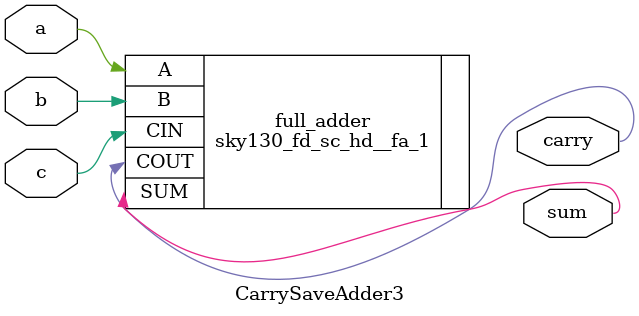
<source format=v>
/*
 * Copyright (c) 2024 ReJ aka Renaldas Zioma
 * SPDX-License-Identifier: Apache-2.0
 */

`default_nettype none

`ifdef SIM
`else
`define USE_HA_FA_CELLS
`endif

module PopCount128 (
  input [127:0] data,
  output  [7:0] count // 8 bits to hold from 0 to 128 (inclusive)
);
  wire [43:0] bit0_stage1;
  wire [15:0] bit0_stage2;
  wire [ 5:0] bit0_stage3;
  wire [ 1:0] bit0_stage4;
  wire [41:0] bit1_stage1;
  wire [13:0] bit1_stage2;
  wire [ 4:0] bit1_stage3;
  wire [ 1:0] bit1_stage4;
  wire        bit1_stage5;
  Add128 ad0(.data(data),        .sum(bit0_stage1), .carry(bit1_stage1)); // 42
  Add44 add1(.data(bit0_stage1), .sum(bit0_stage2), .carry(bit1_stage2)); // 14
  Add16 add3(.data(bit0_stage2), .sum(bit0_stage3), .carry(bit1_stage3)); // 5
  Add6  add4(.data(bit0_stage3), .sum(bit0_stage4), .carry(bit1_stage4)); // 2
  Add2  add5(.data(bit0_stage4), .sum(count[0]),    .carry(bit1_stage5)); // 0.625

  wire [63:0] pop64 = {bit1_stage1, bit1_stage2, bit1_stage3, bit1_stage4, bit1_stage5};
  PopCount64 count64(.data(pop64), .count(count[7:1]));

endmodule

module PopCount64 (
  input [63:0] data,
  output [6:0] count // 7 bits to hold from 0 to 64 (inclusive)
);
  wire [21:0] bit0_stage1;
  wire [ 7:0] bit0_stage2;
  wire [ 3:0] bit0_stage3;
  wire [ 1:0] bit0_stage4;
  wire [20:0] bit1_stage1;
  wire [ 6:0] bit1_stage2;
  wire [ 1:0] bit1_stage3;
  wire        bit1_stage4;
  wire        bit1_stage5;
  Add64 add1(.data(data),        .sum(bit0_stage1), .carry(bit1_stage1)); // 21
  Add22 add2(.data(bit0_stage1), .sum(bit0_stage2), .carry(bit1_stage2)); // 7
  Add8  add3(.data(bit0_stage2), .sum(bit0_stage3), .carry(bit1_stage3)); // 2
  Add4  add4(.data(bit0_stage3), .sum(bit0_stage4), .carry(bit1_stage4)); // 1
  Add2  add5(.data(bit0_stage4), .sum(count[0]),    .carry(bit1_stage5)); // 0.625

  wire [31:0] pop32 = {bit1_stage1, bit1_stage2, bit1_stage3, bit1_stage4, bit1_stage5};
  PopCount32 count32(.data(pop32), .count(count[6:1]));

endmodule

module PopCount32 (
    input [31:0] data,
    output [5:0] count // 6 bits to hold from 0 to 32 (inclusive)
);
  wire [11:0] bit0_stage1;
  wire [ 3:0] bit0_stage2;
  wire [ 1:0] bit0_stage3;
  wire        bit0_final;

  wire [ 9:0] bit1_stage1;
  wire [ 3:0] bit1_stage2;
  wire        bit1_stage3;
  wire        bit1_stage4;

  Add32 add1(.data(data),        .sum(bit0_stage1), .carry(bit1_stage1)); // 10
  Add12 add2(.data(bit0_stage1), .sum(bit0_stage2), .carry(bit1_stage2)); // 4
  Add4  add3(.data(bit0_stage2), .sum(bit0_stage3), .carry(bit1_stage3)); // 1
  Add2  add4(.data(bit0_stage3), .sum(bit0_final),  .carry(bit1_stage4)); // 0

  wire [ 5:0] bit1_stage5;
  wire [ 1:0] bit1_stage6;
  wire        bit1_final;

  wire [ 4:0] bit2_stage5;
  wire [ 1:0] bit2_stage6;
  wire        bit2_stage7;

  Add16 add5(.data({bit1_stage1, bit1_stage2, bit1_stage3, bit1_stage4}), .sum(bit1_stage5), .carry(bit2_stage5));  // 5
  Add6  add6(.data(bit1_stage5),                                          .sum(bit1_stage6), .carry(bit2_stage6));  // 2
  Add2  add7(.data(bit1_stage6),                                          .sum(bit1_final),  .carry(bit2_stage7));  // 0

  wire [ 3:0] bit2_stage8;
  wire [ 1:0] bit2_stage9;
  wire        bit2_final;

  wire [ 1:0] bit3_stage8;
  wire        bit3_stage9;
  wire        bit3_stage10;

  Add8  add8(.data({bit2_stage5, bit2_stage6, bit2_stage7}),              .sum(bit2_stage8), .carry(bit3_stage8));  // 2
  Add4  add9(.data(bit2_stage8),                                          .sum(bit2_stage9), .carry(bit3_stage9));  // 1
  Add2 add10(.data(bit2_stage9),                                          .sum(bit2_final),  .carry(bit3_stage10)); // 0

  wire [ 1:0] bit3_stage11;
  wire        bit3_final;

  wire        bit4_stage11;
  wire        bit4_stage12;

  Add4 add11(.data({bit3_stage8, bit3_stage9, bit3_stage10}),             .sum(bit3_stage11), .carry(bit4_stage11));  // 1
  Add2 add12(.data(bit3_stage11),                                         .sum(bit3_final),   .carry(bit4_stage12)); 

  wire        bit4_final, bit5_final;

  Add2 addFF(.data({bit4_stage12, bit4_stage11}),                         .sum(bit4_final),   .carry(bit5_final));

  // Output the final count
  assign count = {bit5_final, bit4_final, bit3_final, bit2_final, bit1_final, bit0_final};

endmodule



module Add128 (
    input  [127:0] data,
    output  [43:0] sum,
    output  [41:0] carry
);
  generate
    genvar i;
    for (i = 0; i < 126; i = i + 3)
      CarrySaveAdder3 add3 (.a(data[i  ]), .b(data[i+1]), .c(data[i+2]),
        .sum(sum[i/3]), .carry(carry[i/3]));
  endgenerate
  assign sum[43:42] = data[127:126];
endmodule

module Add64 (
    input  [63:0] data,
    output [21:0] sum,
    output [20:0] carry
);
  generate
    genvar i;
    for (i = 0; i < 63; i = i + 3)
      CarrySaveAdder3 add3 (.a(data[i  ]), .b(data[i+1]), .c(data[i+2]),
        .sum(sum[i/3]), .carry(carry[i/3]));
  endgenerate
  assign sum[21] = data[63];
endmodule

module Add44 (
    input  [43:0] data,
    output [15:0] sum,
    output [13:0] carry
);
  generate
    genvar i;
    for (i = 0; i < 42; i = i + 3)
      CarrySaveAdder3 add3 (.a(data[i  ]), .b(data[i+1]), .c(data[i+2]),
        .sum(sum[i/3]), .carry(carry[i/3]));
  endgenerate
  assign sum[15:14] = data[43:42];
endmodule

module Add32 (
    input  [31:0] data,
    output [11:0] sum,
    output [ 9:0] carry
);
  generate
    genvar i;
    for (i = 0; i < 30; i = i + 3)
      CarrySaveAdder3 add3 (.a(data[i  ]), .b(data[i+1]), .c(data[i+2]),
        .sum(sum[i/3]), .carry(carry[i/3]));
  endgenerate
  assign sum[11:10] = data[31:30];
endmodule

module Add22 (
    input  [21:0] data,
    output [ 7:0] sum,
    output [ 6:0] carry
);
  generate
    genvar i;
    for (i = 0; i < 21; i = i + 3)
      CarrySaveAdder3 add3 (.a(data[i  ]), .b(data[i+1]), .c(data[i+2]),
        .sum(sum[i/3]), .carry(carry[i/3]));
  endgenerate
  assign sum[7] = data[21];
endmodule

module Add16 (
    input  [15:0] data,
    output [ 5:0] sum,
    output [ 4:0] carry
);
  generate
    genvar i;
    for (i = 0; i < 15; i = i + 3)
      CarrySaveAdder3 add3 (.a(data[i  ]), .b(data[i+1]), .c(data[i+2]),
        .sum(sum[i/3]), .carry(carry[i/3]));
  endgenerate
  assign sum[5] = data[15];
endmodule

module Add12 (
    input  [11:0] data,
    output [ 3:0] sum,
    output [ 3:0] carry
);
  generate
    genvar i;
    for (i = 0; i < 12; i = i + 3)
      CarrySaveAdder3 add3 (.a(data[i  ]), .b(data[i+1]), .c(data[i+2]),
        .sum(sum[i/3]), .carry(carry[i/3]));
  endgenerate
endmodule

module Add8 (
    input  [ 7:0] data,
    output [ 3:0] sum,
    output [ 1:0] carry
);
  generate
    genvar i;
    for (i = 0; i < 6; i = i + 3)
      CarrySaveAdder3 add3 (.a(data[i  ]), .b(data[i+1]), .c(data[i+2]),
        .sum(sum[i/3]), .carry(carry[i/3]));
  endgenerate
  assign sum[3:2] = data[7:6];
endmodule

module Add6 (
    input  [ 5:0] data,
    output [ 1:0] sum,
    output [ 1:0] carry
);
  generate
    genvar i;
    for (i = 0; i < 6; i = i + 3)
      CarrySaveAdder3 add3 (.a(data[i  ]), .b(data[i+1]), .c(data[i+2]),
        .sum(sum[i/3]), .carry(carry[i/3]));
  endgenerate
endmodule

module Add4 (
    input  [ 3:0] data,
    output [ 1:0] sum,
    output        carry
);
  CarrySaveAdder3 add3 (.a(data[0]), .b(data[1]), .c(data[2]),
                        .sum(sum[0]), .carry(carry));
  assign sum[1] = data[3];
endmodule


module Add2 (
    input  [ 1:0] data,
    output        sum,
    output        carry
);
  `ifdef USE_HA_FA_CELLS
    /* verilator lint_off PINMISSING */
    sky130_fd_sc_hd__ha_1 half_adder(.A(data[0]), .B(data[1]), .COUT(carry), .SUM(sum));
    /* verilator lint_on PINMISSING */
  `else
    CarrySaveAdder3 add3 (.a(data[0]), .b(data[1]), .c(1'b0),
                          .sum(sum), .carry(carry));
  `endif
endmodule

module CarrySaveAdder3 (
    input a,
    input b,
    input c,
    output sum,
    output carry
);
  `ifdef USE_HA_FA_CELLS
    /* verilator lint_off PINMISSING */
    sky130_fd_sc_hd__fa_1 full_adder(.A(a), .B(b), .CIN(c), .COUT(carry), .SUM(sum));
    /* verilator lint_on PINMISSING */
  `else
    assign sum = a ^ b ^ c;  // XOR for sum
    assign carry = (a & b) | (b & c) | (c & a);  // Majority function for carry
  `endif
endmodule


</source>
